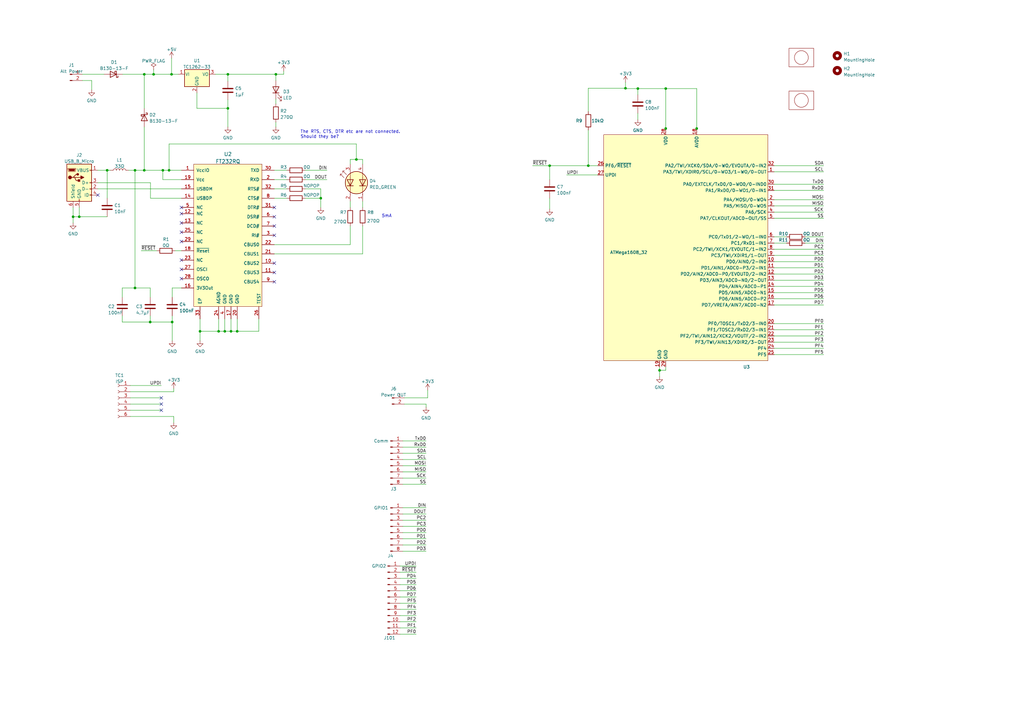
<source format=kicad_sch>
(kicad_sch (version 20230121) (generator eeschema)
  (paper "A3")
  (title_block (rev "1.1"))
  (lib_symbols
    (symbol "Connector:Conn_01x02_Male" (pin_names (offset 1.016) hide)
      (property "Reference" "J" (at 0 2.54 0))
      (property "Value" "Conn_01x02_Male" (at 0 -5.08 0))
      (symbol "Conn_01x02_Male_1_1"
        (polyline (pts (xy 1.27 -2.54) (xy 0.8636 -2.54)) (stroke (width 0.1524)))
        (polyline (pts (xy 1.27 0) (xy 0.8636 0)) (stroke (width 0.1524)))
        (rectangle (start 0.8636 -2.413) (end 0 -2.667) (stroke (width 0.1524)) (fill (type outline)))
        (rectangle (start 0.8636 0.127) (end 0 -0.127) (stroke (width 0.1524)) (fill (type outline)))
        (pin passive line (at 5.08 0 180) (length 3.81) (name "Pin_1") (number "1"))
        (pin passive line (at 5.08 -2.54 180) (length 3.81) (name "Pin_2") (number "2"))
      )
    )
    (symbol "Connector:Conn_01x08_Male" (pin_names (offset 1.016) hide)
      (property "Reference" "J" (at 0 10.16 0))
      (property "Value" "Conn_01x08_Male" (at 0 -12.7 0))
      (symbol "Conn_01x08_Male_1_1"
        (polyline (pts (xy 1.27 -10.16) (xy 0.8636 -10.16)) (stroke (width 0.1524)))
        (polyline (pts (xy 1.27 -7.62) (xy 0.8636 -7.62)) (stroke (width 0.1524)))
        (polyline (pts (xy 1.27 -5.08) (xy 0.8636 -5.08)) (stroke (width 0.1524)))
        (polyline (pts (xy 1.27 -2.54) (xy 0.8636 -2.54)) (stroke (width 0.1524)))
        (polyline (pts (xy 1.27 0) (xy 0.8636 0)) (stroke (width 0.1524)))
        (polyline (pts (xy 1.27 2.54) (xy 0.8636 2.54)) (stroke (width 0.1524)))
        (polyline (pts (xy 1.27 5.08) (xy 0.8636 5.08)) (stroke (width 0.1524)))
        (polyline (pts (xy 1.27 7.62) (xy 0.8636 7.62)) (stroke (width 0.1524)))
        (rectangle (start 0.8636 -10.033) (end 0 -10.287) (stroke (width 0.1524)) (fill (type outline)))
        (rectangle (start 0.8636 -7.493) (end 0 -7.747) (stroke (width 0.1524)) (fill (type outline)))
        (rectangle (start 0.8636 -4.953) (end 0 -5.207) (stroke (width 0.1524)) (fill (type outline)))
        (rectangle (start 0.8636 -2.413) (end 0 -2.667) (stroke (width 0.1524)) (fill (type outline)))
        (rectangle (start 0.8636 0.127) (end 0 -0.127) (stroke (width 0.1524)) (fill (type outline)))
        (rectangle (start 0.8636 2.667) (end 0 2.413) (stroke (width 0.1524)) (fill (type outline)))
        (rectangle (start 0.8636 5.207) (end 0 4.953) (stroke (width 0.1524)) (fill (type outline)))
        (rectangle (start 0.8636 7.747) (end 0 7.493) (stroke (width 0.1524)) (fill (type outline)))
        (pin passive line (at 5.08 7.62 180) (length 3.81) (name "Pin_1") (number "1"))
        (pin passive line (at 5.08 5.08 180) (length 3.81) (name "Pin_2") (number "2"))
        (pin passive line (at 5.08 2.54 180) (length 3.81) (name "Pin_3") (number "3"))
        (pin passive line (at 5.08 0 180) (length 3.81) (name "Pin_4") (number "4"))
        (pin passive line (at 5.08 -2.54 180) (length 3.81) (name "Pin_5") (number "5"))
        (pin passive line (at 5.08 -5.08 180) (length 3.81) (name "Pin_6") (number "6"))
        (pin passive line (at 5.08 -7.62 180) (length 3.81) (name "Pin_7") (number "7"))
        (pin passive line (at 5.08 -10.16 180) (length 3.81) (name "Pin_8") (number "8"))
      )
    )
    (symbol "Connector:Conn_01x12_Male" (pin_names (offset 1.016) hide)
      (property "Reference" "J" (at 0 15.24 0))
      (property "Value" "Conn_01x12_Male" (at 0 -17.78 0))
      (symbol "Conn_01x12_Male_1_1"
        (polyline (pts (xy 1.27 -15.24) (xy 0.8636 -15.24)) (stroke (width 0.1524)))
        (polyline (pts (xy 1.27 -12.7) (xy 0.8636 -12.7)) (stroke (width 0.1524)))
        (polyline (pts (xy 1.27 -10.16) (xy 0.8636 -10.16)) (stroke (width 0.1524)))
        (polyline (pts (xy 1.27 -7.62) (xy 0.8636 -7.62)) (stroke (width 0.1524)))
        (polyline (pts (xy 1.27 -5.08) (xy 0.8636 -5.08)) (stroke (width 0.1524)))
        (polyline (pts (xy 1.27 -2.54) (xy 0.8636 -2.54)) (stroke (width 0.1524)))
        (polyline (pts (xy 1.27 0) (xy 0.8636 0)) (stroke (width 0.1524)))
        (polyline (pts (xy 1.27 2.54) (xy 0.8636 2.54)) (stroke (width 0.1524)))
        (polyline (pts (xy 1.27 5.08) (xy 0.8636 5.08)) (stroke (width 0.1524)))
        (polyline (pts (xy 1.27 7.62) (xy 0.8636 7.62)) (stroke (width 0.1524)))
        (polyline (pts (xy 1.27 10.16) (xy 0.8636 10.16)) (stroke (width 0.1524)))
        (polyline (pts (xy 1.27 12.7) (xy 0.8636 12.7)) (stroke (width 0.1524)))
        (rectangle (start 0.8636 -15.113) (end 0 -15.367) (stroke (width 0.1524)) (fill (type outline)))
        (rectangle (start 0.8636 -12.573) (end 0 -12.827) (stroke (width 0.1524)) (fill (type outline)))
        (rectangle (start 0.8636 -10.033) (end 0 -10.287) (stroke (width 0.1524)) (fill (type outline)))
        (rectangle (start 0.8636 -7.493) (end 0 -7.747) (stroke (width 0.1524)) (fill (type outline)))
        (rectangle (start 0.8636 -4.953) (end 0 -5.207) (stroke (width 0.1524)) (fill (type outline)))
        (rectangle (start 0.8636 -2.413) (end 0 -2.667) (stroke (width 0.1524)) (fill (type outline)))
        (rectangle (start 0.8636 0.127) (end 0 -0.127) (stroke (width 0.1524)) (fill (type outline)))
        (rectangle (start 0.8636 2.667) (end 0 2.413) (stroke (width 0.1524)) (fill (type outline)))
        (rectangle (start 0.8636 5.207) (end 0 4.953) (stroke (width 0.1524)) (fill (type outline)))
        (rectangle (start 0.8636 7.747) (end 0 7.493) (stroke (width 0.1524)) (fill (type outline)))
        (rectangle (start 0.8636 10.287) (end 0 10.033) (stroke (width 0.1524)) (fill (type outline)))
        (rectangle (start 0.8636 12.827) (end 0 12.573) (stroke (width 0.1524)) (fill (type outline)))
        (pin passive line (at 5.08 12.7 180) (length 3.81) (name "Pin_1") (number "1"))
        (pin passive line (at 5.08 -10.16 180) (length 3.81) (name "Pin_10") (number "10"))
        (pin passive line (at 5.08 -12.7 180) (length 3.81) (name "Pin_11") (number "11"))
        (pin passive line (at 5.08 -15.24 180) (length 3.81) (name "Pin_12") (number "12"))
        (pin passive line (at 5.08 10.16 180) (length 3.81) (name "Pin_2") (number "2"))
        (pin passive line (at 5.08 7.62 180) (length 3.81) (name "Pin_3") (number "3"))
        (pin passive line (at 5.08 5.08 180) (length 3.81) (name "Pin_4") (number "4"))
        (pin passive line (at 5.08 2.54 180) (length 3.81) (name "Pin_5") (number "5"))
        (pin passive line (at 5.08 0 180) (length 3.81) (name "Pin_6") (number "6"))
        (pin passive line (at 5.08 -2.54 180) (length 3.81) (name "Pin_7") (number "7"))
        (pin passive line (at 5.08 -5.08 180) (length 3.81) (name "Pin_8") (number "8"))
        (pin passive line (at 5.08 -7.62 180) (length 3.81) (name "Pin_9") (number "9"))
      )
    )
    (symbol "Connector:USB_B_Micro" (pin_names (offset 1.016))
      (property "Reference" "J" (at -5.08 11.43 0))
      (property "Value" "USB_B_Micro" (at -5.08 8.89 0))
      (symbol "USB_B_Micro_0_1"
        (rectangle (start -5.08 -7.62) (end 5.08 7.62) (stroke (width 0.254)) (fill (type background)))
        (circle (center -3.81 2.159) (radius 0.635) (stroke (width 0.254)) (fill (type outline)))
        (circle (center -0.635 3.429) (radius 0.381) (stroke (width 0.254)) (fill (type outline)))
        (rectangle (start -0.127 -7.62) (end 0.127 -6.858))
        (polyline (pts (xy -1.905 2.159) (xy 0.635 2.159)) (stroke (width 0.254)))
        (polyline (pts (xy -3.175 2.159) (xy -2.54 2.159) (xy -1.27 3.429) (xy -0.635 3.429)) (stroke (width 0.254)))
        (polyline (pts (xy -2.54 2.159) (xy -1.905 2.159) (xy -1.27 0.889) (xy 0 0.889)) (stroke (width 0.254)))
        (polyline (pts (xy 0.635 2.794) (xy 0.635 1.524) (xy 1.905 2.159) (xy 0.635 2.794)) (stroke (width 0.254)) (fill (type outline)))
        (polyline (pts (xy -4.318 5.588) (xy -1.778 5.588) (xy -2.032 4.826) (xy -4.064 4.826) (xy -4.318 5.588)) (fill (type outline)))
        (polyline (pts (xy -4.699 5.842) (xy -4.699 5.588) (xy -4.445 4.826) (xy -4.445 4.572) (xy -1.651 4.572) (xy -1.651 4.826) (xy -1.397 5.588) (xy -1.397 5.842) (xy -4.699 5.842)))
        (rectangle (start 0.254 1.27) (end -0.508 0.508) (stroke (width 0.254)) (fill (type outline)))
        (rectangle (start 5.08 -5.207) (end 4.318 -4.953))
        (rectangle (start 5.08 -2.667) (end 4.318 -2.413))
        (rectangle (start 5.08 -0.127) (end 4.318 0.127))
        (rectangle (start 5.08 4.953) (end 4.318 5.207))
      )
      (symbol "USB_B_Micro_1_1"
        (pin power_out line (at 7.62 5.08 180) (length 2.54) (name "VBUS") (number "1"))
        (pin bidirectional line (at 7.62 -2.54 180) (length 2.54) (name "D-") (number "2"))
        (pin bidirectional line (at 7.62 0 180) (length 2.54) (name "D+") (number "3"))
        (pin passive line (at 7.62 -5.08 180) (length 2.54) (name "ID") (number "4"))
        (pin power_out line (at 0 -10.16 90) (length 2.54) (name "GND") (number "5"))
        (pin passive line (at -2.54 -10.16 90) (length 2.54) (name "Shield") (number "6"))
      )
    )
    (symbol "Device:C" (pin_numbers hide) (pin_names (offset 0.254))
      (property "Reference" "C" (at 0.635 2.54 0))
      (property "Value" "C" (at 0.635 -2.54 0))
      (symbol "C_0_1"
        (polyline (pts (xy -2.032 -0.762) (xy 2.032 -0.762)) (stroke (width 0.508)))
        (polyline (pts (xy -2.032 0.762) (xy 2.032 0.762)) (stroke (width 0.508)))
      )
      (symbol "C_1_1"
        (pin passive line (at 0 3.81 270) (length 2.794) (name "~") (number "1"))
        (pin passive line (at 0 -3.81 90) (length 2.794) (name "~") (number "2"))
      )
    )
    (symbol "Device:D_Schottky" (pin_numbers hide) (pin_names (offset 1.016) hide)
      (property "Reference" "D" (at 0 2.54 0))
      (property "Value" "D_Schottky" (at 0 -2.54 0))
      (symbol "D_Schottky_0_1"
        (polyline (pts (xy 1.27 0) (xy -1.27 0)))
        (polyline (pts (xy 1.27 1.27) (xy 1.27 -1.27) (xy -1.27 0) (xy 1.27 1.27)) (stroke (width 0.254)))
        (polyline (pts (xy -1.905 0.635) (xy -1.905 1.27) (xy -1.27 1.27) (xy -1.27 -1.27) (xy -0.635 -1.27) (xy -0.635 -0.635)) (stroke (width 0.254)))
      )
      (symbol "D_Schottky_1_1"
        (pin passive line (at -3.81 0 0) (length 2.54) (name "K") (number "1"))
        (pin passive line (at 3.81 0 180) (length 2.54) (name "A") (number "2"))
      )
    )
    (symbol "Device:L" (pin_numbers hide) (pin_names (offset 1.016) hide)
      (property "Reference" "L" (at -1.27 0 90))
      (property "Value" "L" (at 1.905 0 90))
      (symbol "L_0_1"
        (arc (start 0 -2.54) (mid 0.6323 -1.905) (end 0 -1.27))
        (arc (start 0 -1.27) (mid 0.6323 -0.635) (end 0 0))
        (arc (start 0 0) (mid 0.6323 0.635) (end 0 1.27))
        (arc (start 0 1.27) (mid 0.6323 1.905) (end 0 2.54))
      )
      (symbol "L_1_1"
        (pin passive line (at 0 3.81 270) (length 1.27) (name "1") (number "1"))
        (pin passive line (at 0 -3.81 90) (length 1.27) (name "2") (number "2"))
      )
    )
    (symbol "Device:LED" (pin_numbers hide) (pin_names (offset 1.016) hide)
      (property "Reference" "D" (at 0 2.54 0))
      (property "Value" "LED" (at 0 -2.54 0))
      (symbol "LED_0_1"
        (polyline (pts (xy -1.27 -1.27) (xy -1.27 1.27)) (stroke (width 0.254)))
        (polyline (pts (xy -1.27 0) (xy 1.27 0)))
        (polyline (pts (xy 1.27 -1.27) (xy 1.27 1.27) (xy -1.27 0) (xy 1.27 -1.27)) (stroke (width 0.254)))
        (polyline (pts (xy -3.048 -0.762) (xy -4.572 -2.286) (xy -3.81 -2.286) (xy -4.572 -2.286) (xy -4.572 -1.524)))
        (polyline (pts (xy -1.778 -0.762) (xy -3.302 -2.286) (xy -2.54 -2.286) (xy -3.302 -2.286) (xy -3.302 -1.524)))
      )
      (symbol "LED_1_1"
        (pin passive line (at -3.81 0 0) (length 2.54) (name "K") (number "1"))
        (pin passive line (at 3.81 0 180) (length 2.54) (name "A") (number "2"))
      )
    )
    (symbol "Device:R" (pin_numbers hide) (pin_names (offset 0))
      (property "Reference" "R" (at 2.032 0 90))
      (property "Value" "R" (at 0 0 90))
      (symbol "R_0_1"
        (rectangle (start -1.016 -2.54) (end 1.016 2.54) (stroke (width 0.254)))
      )
      (symbol "R_1_1"
        (pin passive line (at 0 3.81 270) (length 1.27) (name "~") (number "1"))
        (pin passive line (at 0 -3.81 90) (length 1.27) (name "~") (number "2"))
      )
    )
    (symbol "Mechanical:MountingHole" (pin_names (offset 1.016))
      (property "Reference" "H" (at 0 5.08 0))
      (property "Value" "MountingHole" (at 0 3.175 0))
      (symbol "MountingHole_0_1"
        (circle (center 0 0) (radius 1.27) (stroke (width 1.27)))
      )
    )
    (symbol "Regulator_Linear:TC1262-33" (pin_names (offset 0.254))
      (property "Reference" "U" (at -3.81 3.175 0))
      (property "Value" "TC1262-33" (at 0 3.175 0))
      (symbol "TC1262-33_1_1"
        (rectangle (start -5.08 1.905) (end 5.08 -5.08) (stroke (width 0.254)) (fill (type background)))
        (pin power_in line (at -7.62 0 0) (length 2.54) (name "VI") (number "1"))
        (pin power_in line (at 0 -7.62 90) (length 2.54) (name "GND") (number "2"))
        (pin power_out line (at 7.62 0 180) (length 2.54) (name "VO") (number "3"))
      )
    )
    (symbol "atmega1608_dev:ATMega1608_32"
      (property "Reference" "U" (at 34.29 -46.99 0))
      (property "Value" "ATMega1608_32" (at -13.97 0 0))
      (symbol "ATMega1608_32_0_1"
        (rectangle (start -25.4 48.26) (end 41.91 -44.45) (stroke (width 0.1524)) (fill (type background)))
      )
      (symbol "ATMega1608_32_1_1"
        (pin bidirectional line (at 44.45 33.02 180) (length 2.54) (name "PA3/TWI/XDIR0/SCL/0-WO3/1-WO/0-OUT") (number "1"))
        (pin bidirectional line (at 44.45 -3.81 180) (length 2.54) (name "PD0/AIN0/2-IN0") (number "10"))
        (pin bidirectional line (at 44.45 -6.35 180) (length 2.54) (name "PD1/AIN1/ADC0-P3/2-IN1") (number "11"))
        (pin bidirectional line (at 44.45 -8.89 180) (length 2.54) (name "PD2/AIN2/ADC0-P0/EVOUTD/2-IN2") (number "12"))
        (pin bidirectional line (at 44.45 -11.43 180) (length 2.54) (name "PD3/AIN3/ADC0-N0/2-OUT") (number "13"))
        (pin bidirectional line (at 44.45 -13.97 180) (length 2.54) (name "PD4/AIN4/ADC0-P1") (number "14"))
        (pin bidirectional line (at 44.45 -16.51 180) (length 2.54) (name "PD5/AIN5/ADC0-N1") (number "15"))
        (pin bidirectional line (at 44.45 -19.05 180) (length 2.54) (name "PD6/AIN6/ADC0-P2") (number "16"))
        (pin bidirectional line (at 44.45 -21.59 180) (length 2.54) (name "PD7/VREFA/AIN7/ACD0-N2") (number "17"))
        (pin power_in line (at 12.7 50.8 270) (length 2.54) (name "AVDD") (number "18"))
        (pin power_in line (at -2.54 -46.99 90) (length 2.54) (name "GND") (number "19"))
        (pin bidirectional line (at 44.45 21.59 180) (length 2.54) (name "PA4/MOSI/0-WO4") (number "2"))
        (pin bidirectional line (at 44.45 -29.21 180) (length 2.54) (name "PF0/TOSC1/TxD2/3-IN0") (number "20"))
        (pin bidirectional line (at 44.45 -31.75 180) (length 2.54) (name "PF1/TOSC2/RxD2/3-IN1") (number "21"))
        (pin bidirectional line (at 44.45 -34.29 180) (length 2.54) (name "PF2/TWI/AIN12/XCK2/VOUTF/2-IN2") (number "22"))
        (pin bidirectional line (at 44.45 -36.83 180) (length 2.54) (name "PF3/TWI/AIN13/XDIR2/3-OUT") (number "23"))
        (pin bidirectional line (at 44.45 -39.37 180) (length 2.54) (name "PF4") (number "24"))
        (pin bidirectional line (at 44.45 -41.91 180) (length 2.54) (name "PF5") (number "25"))
        (pin bidirectional line (at -27.94 35.56 0) (length 2.54) (name "PF6/~{RESET}") (number "26"))
        (pin bidirectional line (at -27.94 31.75 0) (length 2.54) (name "UPDI") (number "27"))
        (pin power_in line (at 0 50.8 270) (length 2.54) (name "VDD") (number "28"))
        (pin input line (at 0 -46.99 90) (length 2.54) (name "GND") (number "29"))
        (pin bidirectional line (at 44.45 19.05 180) (length 2.54) (name "PA5/MISO/0-WO5") (number "3"))
        (pin bidirectional line (at 44.45 27.94 180) (length 2.54) (name "PA0/EXTCLK/TxD0/0-WO0/0-IND0") (number "30"))
        (pin bidirectional line (at 44.45 25.4 180) (length 2.54) (name "PA1/RxD0/0-WO1/0-IN1") (number "31"))
        (pin bidirectional line (at 44.45 35.56 180) (length 2.54) (name "PA2/TWI/XCK0/SDA/0-WO/EVOUTA/0-IN2") (number "32"))
        (pin bidirectional line (at 44.45 16.51 180) (length 2.54) (name "PA6/SCK") (number "4"))
        (pin bidirectional line (at 44.45 13.97 180) (length 2.54) (name "PA7/CLKOUT/ADC0-OUT/SS") (number "5"))
        (pin bidirectional line (at 44.45 6.35 180) (length 2.54) (name "PC0/TxD1/2-WO/1-IN0") (number "6"))
        (pin bidirectional line (at 44.45 3.81 180) (length 2.54) (name "PC1/RxD1-IN1") (number "7"))
        (pin bidirectional line (at 44.45 1.27 180) (length 2.54) (name "PC2/TWI/XCK1/EVOUTC/1-IN2") (number "8"))
        (pin bidirectional line (at 44.45 -1.27 180) (length 2.54) (name "PC3/TWI/XDIR1/1-OUT") (number "9"))
      )
    )
    (symbol "atmega1608_dev:FT232RQ" (pin_names (offset 1.016))
      (property "Reference" "U" (at 0 -1.27 0))
      (property "Value" "FT232RQ" (at 0 2.54 0))
      (symbol "FT232RQ_0_1"
        (rectangle (start -13.97 25.4) (end 13.97 -33.02) (fill (type background)))
      )
      (symbol "FT232RQ_1_1"
        (pin input line (at -19.05 22.86 0) (length 5.08) (name "VccIO") (number "1"))
        (pin input line (at 19.05 -15.24 180) (length 5.08) (name "CBUS2") (number "10"))
        (pin input line (at 19.05 -19.05 180) (length 5.08) (name "CBUS3") (number "11"))
        (pin input line (at -19.05 5.08 0) (length 5.08) (name "NC") (number "12"))
        (pin input line (at -19.05 1.27 0) (length 5.08) (name "NC") (number "13"))
        (pin input line (at -19.05 11.43 0) (length 5.08) (name "USBDP") (number "14"))
        (pin input line (at -19.05 15.24 0) (length 5.08) (name "USBDM") (number "15"))
        (pin input line (at -19.05 -25.4 0) (length 5.08) (name "3V3Out") (number "16"))
        (pin input line (at 1.27 -38.1 90) (length 5.08) (name "GND") (number "17"))
        (pin input line (at -19.05 -10.16 0) (length 5.08) (name "~{Reset}") (number "18"))
        (pin input line (at -19.05 19.05 0) (length 5.08) (name "Vcc") (number "19"))
        (pin input line (at 19.05 19.05 180) (length 5.08) (name "RXD") (number "2"))
        (pin input line (at 3.81 -38.1 90) (length 5.08) (name "GND") (number "20"))
        (pin input line (at 19.05 -11.43 180) (length 5.08) (name "CBUS1") (number "21"))
        (pin input line (at 19.05 -7.62 180) (length 5.08) (name "CBUS0") (number "22"))
        (pin input line (at -19.05 -13.97 0) (length 5.08) (name "NC") (number "23"))
        (pin input line (at -3.81 -38.1 90) (length 5.08) (name "AGND") (number "24"))
        (pin input line (at -19.05 -2.54 0) (length 5.08) (name "NC") (number "25"))
        (pin input line (at 12.7 -38.1 90) (length 5.08) (name "TEST") (number "26"))
        (pin input line (at -19.05 -17.78 0) (length 5.08) (name "OSCI") (number "27"))
        (pin input line (at -19.05 -21.59 0) (length 5.08) (name "OSCO") (number "28"))
        (pin input line (at -19.05 -6.35 0) (length 5.08) (name "NC") (number "29"))
        (pin input line (at 19.05 -3.81 180) (length 5.08) (name "RI#") (number "3"))
        (pin input line (at 19.05 22.86 180) (length 5.08) (name "TXD") (number "30"))
        (pin input line (at 19.05 7.62 180) (length 5.08) (name "DTR#") (number "31"))
        (pin input line (at 19.05 15.24 180) (length 5.08) (name "RTS#") (number "32"))
        (pin input line (at -11.43 -38.1 90) (length 5.08) (name "EP") (number "33"))
        (pin input line (at -1.27 -38.1 90) (length 5.08) (name "GND") (number "4"))
        (pin input line (at -19.05 7.62 0) (length 5.08) (name "NC") (number "5"))
        (pin input line (at 19.05 3.81 180) (length 5.08) (name "DSR#") (number "6"))
        (pin input line (at 19.05 0 180) (length 5.08) (name "DCD#") (number "7"))
        (pin input line (at 19.05 11.43 180) (length 5.08) (name "CTS#") (number "8"))
        (pin input line (at 19.05 -22.86 180) (length 5.08) (name "CBUS4") (number "9"))
      )
    )
    (symbol "atmega1608_dev:LED_Dual_KKAA" (pin_names (offset 0) hide)
      (property "Reference" "D" (at 0 5.715 0))
      (property "Value" "LED_Dual_KKAA" (at 0 -6.35 0))
      (symbol "LED_Dual_KKAA_0_1"
        (polyline (pts (xy -5.08 -2.54) (xy 2.032 -2.54)))
        (polyline (pts (xy -5.08 2.54) (xy 2.032 2.54)))
        (polyline (pts (xy -1.27 -1.27) (xy -1.27 -3.81)) (stroke (width 0.254)))
        (polyline (pts (xy -1.27 3.81) (xy -1.27 1.27)) (stroke (width 0.254)))
        (polyline (pts (xy 3.81 -2.54) (xy 1.905 -2.54)))
        (polyline (pts (xy 3.81 2.54) (xy 1.905 2.54)))
        (polyline (pts (xy 1.27 -1.27) (xy 1.27 -3.81) (xy -1.27 -2.54) (xy 1.27 -1.27)) (stroke (width 0.254)))
        (polyline (pts (xy 1.27 3.81) (xy 1.27 1.27) (xy -1.27 2.54) (xy 1.27 3.81)) (stroke (width 0.254)))
        (polyline (pts (xy 2.032 5.08) (xy 3.556 6.604) (xy 2.794 6.604) (xy 3.556 6.604) (xy 3.556 5.842)))
        (polyline (pts (xy 3.302 4.064) (xy 4.826 5.588) (xy 4.064 5.588) (xy 4.826 5.588) (xy 4.826 4.826)))
        (circle (center 0 0) (radius 4.572) (stroke (width 0.254)) (fill (type background)))
      )
      (symbol "LED_Dual_KKAA_1_1"
        (pin input line (at -7.62 -2.54 0) (length 3.048) (name "K2") (number "1"))
        (pin input line (at -7.62 2.54 0) (length 3.048) (name "K1") (number "2"))
        (pin input line (at 7.62 2.54 180) (length 3.81) (name "A1") (number "3"))
        (pin input line (at 7.62 -2.54 180) (length 3.81) (name "A2") (number "4"))
      )
    )
    (symbol "atmega1608_dev:Tag-Connect_EC-06" (pin_names (offset 1.016) hide)
      (property "Reference" "TC" (at 0 7.62 0))
      (property "Value" "Tag-Connect_EC-06" (at 0 -10.16 0))
      (symbol "Tag-Connect_EC-06_1_1"
        (arc (start 0 -7.112) (mid -0.5058 -7.62) (end 0 -8.128) (stroke (width 0.1524)))
        (arc (start 0 -4.572) (mid -0.5058 -5.08) (end 0 -5.588) (stroke (width 0.1524)))
        (arc (start 0 -2.032) (mid -0.5058 -2.54) (end 0 -3.048) (stroke (width 0.1524)))
        (polyline (pts (xy -1.27 -7.62) (xy -0.508 -7.62)) (stroke (width 0.1524)))
        (polyline (pts (xy -1.27 -5.08) (xy -0.508 -5.08)) (stroke (width 0.1524)))
        (polyline (pts (xy -1.27 -2.54) (xy -0.508 -2.54)) (stroke (width 0.1524)))
        (polyline (pts (xy -1.27 0) (xy -0.508 0)) (stroke (width 0.1524)))
        (polyline (pts (xy -1.27 2.54) (xy -0.508 2.54)) (stroke (width 0.1524)))
        (polyline (pts (xy -1.27 5.08) (xy -0.508 5.08)) (stroke (width 0.1524)))
        (arc (start 0 0.508) (mid -0.5058 0) (end 0 -0.508) (stroke (width 0.1524)))
        (arc (start 0 3.048) (mid -0.5058 2.54) (end 0 2.032) (stroke (width 0.1524)))
        (arc (start 0 5.588) (mid -0.5058 5.08) (end 0 4.572) (stroke (width 0.1524)))
        (pin passive line (at -5.08 5.08 0) (length 3.81) (name "Pin_1") (number "1"))
        (pin passive line (at -5.08 2.54 0) (length 3.81) (name "Pin_2") (number "2"))
        (pin passive line (at -5.08 0 0) (length 3.81) (name "Pin_3") (number "3"))
        (pin passive line (at -5.08 -2.54 0) (length 3.81) (name "Pin_4") (number "4"))
        (pin passive line (at -5.08 -5.08 0) (length 3.81) (name "Pin_5") (number "5"))
        (pin passive line (at -5.08 -7.62 0) (length 3.81) (name "Pin_6") (number "6"))
      )
    )
    (symbol "mech:logo" (pin_names (offset 1.016))
      (symbol "logo_0_1"
        (rectangle (start -5.08 3.81) (end 5.08 -3.81))
        (circle (center 0 0) (radius 2.8448))
      )
    )
    (symbol "power:+3.3V" (power) (pin_names (offset 0))
      (property "Value" "+3.3V" (at 0 3.556 0))
      (symbol "+3.3V_0_1"
        (polyline (pts (xy -0.762 1.27) (xy 0 2.54)))
        (polyline (pts (xy 0 0) (xy 0 2.54)))
        (polyline (pts (xy 0 2.54) (xy 0.762 1.27)))
      )
      (symbol "+3.3V_1_1"
        (pin power_in line (at 0 0 90) (length 0) hide (name "+3V3") (number "1"))
      )
    )
    (symbol "power:+5V" (power) (pin_names (offset 0))
      (property "Value" "+5V" (at 0 3.556 0))
      (symbol "+5V_0_1"
        (polyline (pts (xy -0.762 1.27) (xy 0 2.54)))
        (polyline (pts (xy 0 0) (xy 0 2.54)))
        (polyline (pts (xy 0 2.54) (xy 0.762 1.27)))
      )
      (symbol "+5V_1_1"
        (pin power_in line (at 0 0 90) (length 0) hide (name "+5V") (number "1"))
      )
    )
    (symbol "power:GND" (power) (pin_names (offset 0))
      (property "Value" "GND" (at 0 -3.81 0))
      (symbol "GND_0_1"
        (polyline (pts (xy 0 0) (xy 0 -1.27) (xy 1.27 -1.27) (xy 0 -2.54) (xy -1.27 -1.27) (xy 0 -1.27)))
      )
      (symbol "GND_1_1"
        (pin power_in line (at 0 0 270) (length 0) hide (name "GND") (number "1"))
      )
    )
    (symbol "power:PWR_FLAG" (power) (pin_numbers hide) (pin_names (offset 0) hide)
      (property "Value" "PWR_FLAG" (at 0 3.81 0))
      (symbol "PWR_FLAG_0_0"
        (pin power_out line (at 0 0 90) (length 0) (name "pwr") (number "1"))
      )
      (symbol "PWR_FLAG_0_1"
        (polyline (pts (xy 0 0) (xy 0 1.27) (xy -1.016 1.905) (xy 0 2.54) (xy 1.016 1.905) (xy 0 1.27)))
      )
    )
  )
  (junction (at 270.51 151.892))
  (junction (at 69.342 69.85))
  (junction (at 241.3 67.945))
  (junction (at 59.182 69.85))
  (junction (at 93.472 30.48))
  (junction (at 89.662 135.89))
  (junction (at 62.992 30.48))
  (junction (at 273.05 52.705))
  (junction (at 92.202 135.89))
  (junction (at 70.358 30.48))
  (junction (at 82.042 135.89))
  (junction (at 131.572 81.28))
  (junction (at 32.512 88.9))
  (junction (at 146.177 65.405))
  (junction (at 29.972 88.9))
  (junction (at 55.372 118.11))
  (junction (at 55.372 69.85))
  (junction (at 59.182 30.48))
  (junction (at 285.75 52.705))
  (junction (at 43.942 69.85))
  (junction (at 70.612 132.08))
  (junction (at 94.742 135.89))
  (junction (at 97.282 135.89))
  (junction (at 256.54 36.195))
  (junction (at 273.05 36.322))
  (junction (at 113.157 30.48))
  (junction (at 66.802 69.85))
  (junction (at 261.62 36.322))
  (junction (at 93.472 44.45))
  (junction (at 225.425 67.945))
  (junction (at 61.595 132.08))
  (no_connect (at 74.422 106.68))
  (no_connect (at 74.422 87.63))
  (no_connect (at 112.522 92.71))
  (no_connect (at 66.167 168.275))
  (no_connect (at 74.422 85.09))
  (no_connect (at 66.167 163.195))
  (no_connect (at 74.422 95.25))
  (no_connect (at 112.522 96.52))
  (no_connect (at 40.132 80.01))
  (no_connect (at 112.522 88.9))
  (no_connect (at 74.422 114.3))
  (no_connect (at 112.522 115.57))
  (no_connect (at 112.522 107.95))
  (no_connect (at 112.522 85.09))
  (no_connect (at 74.422 91.44))
  (no_connect (at 74.422 110.49))
  (no_connect (at 74.422 99.06))
  (no_connect (at 112.522 111.76))
  (no_connect (at 66.167 165.735))
  (wire (pts (xy 174.752 165.735) (xy 174.752 167.005)))
  (wire (pts (xy 112.522 69.85) (xy 117.602 69.85)))
  (wire (pts (xy 164.084 244.856) (xy 170.688 244.856)))
  (wire (pts (xy 93.472 30.48) (xy 113.157 30.48)))
  (wire (pts (xy 66.802 69.85) (xy 69.342 69.85)))
  (wire (pts (xy 261.62 36.322) (xy 261.62 38.862)))
  (wire (pts (xy 113.157 30.48) (xy 116.332 30.48)))
  (wire (pts (xy 33.782 33.02) (xy 37.592 33.02)))
  (wire (pts (xy 92.202 130.81) (xy 92.202 135.89)))
  (wire (pts (xy 82.042 130.81) (xy 82.042 135.89)))
  (wire (pts (xy 143.637 67.31) (xy 143.637 65.405)))
  (wire (pts (xy 32.512 88.9) (xy 43.942 88.9)))
  (wire (pts (xy 285.75 36.322) (xy 273.05 36.322)))
  (wire (pts (xy 165.862 165.735) (xy 174.752 165.735)))
  (wire (pts (xy 317.5 81.915) (xy 337.82 81.915)))
  (wire (pts (xy 317.5 132.715) (xy 337.82 132.715)))
  (wire (pts (xy 50.165 118.11) (xy 50.165 121.92)))
  (wire (pts (xy 113.157 30.48) (xy 113.157 33.02)))
  (wire (pts (xy 225.425 81.28) (xy 225.425 85.725)))
  (wire (pts (xy 317.5 107.315) (xy 337.82 107.315)))
  (wire (pts (xy 37.592 33.02) (xy 37.592 36.83)))
  (wire (pts (xy 82.042 135.89) (xy 82.042 139.7)))
  (wire (pts (xy 165.862 163.195) (xy 175.387 163.195)))
  (wire (pts (xy 317.5 114.935) (xy 337.82 114.935)))
  (wire (pts (xy 317.5 117.475) (xy 337.82 117.475)))
  (wire (pts (xy 165.227 215.9) (xy 174.752 215.9)))
  (wire (pts (xy 165.227 193.548) (xy 174.752 193.548)))
  (wire (pts (xy 97.282 135.89) (xy 106.172 135.89)))
  (wire (pts (xy 70.358 30.48) (xy 73.152 30.48)))
  (wire (pts (xy 71.247 160.655) (xy 71.247 159.385)))
  (wire (pts (xy 165.227 208.28) (xy 174.752 208.28)))
  (wire (pts (xy 232.41 71.755) (xy 245.11 71.755)))
  (wire (pts (xy 131.572 81.28) (xy 131.572 85.09)))
  (wire (pts (xy 94.742 130.81) (xy 94.742 135.89)))
  (wire (pts (xy 273.05 52.832) (xy 273.05 52.705)))
  (wire (pts (xy 317.5 99.695) (xy 322.58 99.695)))
  (wire (pts (xy 53.467 158.115) (xy 66.167 158.115)))
  (wire (pts (xy 330.2 99.695) (xy 337.82 99.695)))
  (wire (pts (xy 146.177 59.055) (xy 69.342 59.055)))
  (wire (pts (xy 148.717 92.71) (xy 148.717 104.14)))
  (wire (pts (xy 317.5 109.855) (xy 337.82 109.855)))
  (wire (pts (xy 59.182 30.48) (xy 62.992 30.48)))
  (wire (pts (xy 112.522 81.28) (xy 117.602 81.28)))
  (wire (pts (xy 270.51 151.892) (xy 270.51 150.622)))
  (wire (pts (xy 225.425 67.945) (xy 225.425 73.66)))
  (wire (pts (xy 131.572 77.47) (xy 131.572 81.28)))
  (wire (pts (xy 165.227 213.36) (xy 174.752 213.36)))
  (wire (pts (xy 285.75 52.705) (xy 285.75 36.322)))
  (wire (pts (xy 165.227 226.06) (xy 174.752 226.06)))
  (wire (pts (xy 165.227 185.928) (xy 174.752 185.928)))
  (wire (pts (xy 82.042 135.89) (xy 89.662 135.89)))
  (wire (pts (xy 317.5 137.795) (xy 337.82 137.795)))
  (wire (pts (xy 80.772 44.45) (xy 93.472 44.45)))
  (wire (pts (xy 62.992 28.575) (xy 62.992 30.48)))
  (wire (pts (xy 165.227 198.628) (xy 174.752 198.628)))
  (wire (pts (xy 61.722 74.93) (xy 61.722 81.28)))
  (wire (pts (xy 89.662 130.81) (xy 89.662 135.89)))
  (wire (pts (xy 164.084 237.236) (xy 170.688 237.236)))
  (wire (pts (xy 164.084 239.776) (xy 170.688 239.776)))
  (wire (pts (xy 317.5 145.415) (xy 337.82 145.415)))
  (wire (pts (xy 93.472 33.274) (xy 93.472 30.48)))
  (wire (pts (xy 52.832 69.85) (xy 55.372 69.85)))
  (wire (pts (xy 29.972 85.09) (xy 29.972 88.9)))
  (wire (pts (xy 61.595 118.11) (xy 61.595 121.92)))
  (wire (pts (xy 94.742 135.89) (xy 97.282 135.89)))
  (wire (pts (xy 53.467 170.815) (xy 71.247 170.815)))
  (wire (pts (xy 261.62 36.322) (xy 273.05 36.322)))
  (wire (pts (xy 125.222 69.85) (xy 134.112 69.85)))
  (wire (pts (xy 164.084 247.396) (xy 170.688 247.396)))
  (wire (pts (xy 59.182 30.48) (xy 59.182 44.45)))
  (wire (pts (xy 53.467 168.275) (xy 66.167 168.275)))
  (wire (pts (xy 241.3 36.195) (xy 241.3 45.72)))
  (wire (pts (xy 256.54 33.782) (xy 256.54 36.195)))
  (wire (pts (xy 59.182 69.85) (xy 66.802 69.85)))
  (wire (pts (xy 317.5 122.555) (xy 337.82 122.555)))
  (wire (pts (xy 55.372 118.11) (xy 61.595 118.11)))
  (wire (pts (xy 317.5 125.095) (xy 337.82 125.095)))
  (wire (pts (xy 40.132 74.93) (xy 61.722 74.93)))
  (wire (pts (xy 165.227 188.468) (xy 174.752 188.468)))
  (wire (pts (xy 29.972 88.9) (xy 32.512 88.9)))
  (wire (pts (xy 88.392 30.48) (xy 93.472 30.48)))
  (wire (pts (xy 43.942 69.85) (xy 43.942 81.28)))
  (wire (pts (xy 106.172 135.89) (xy 106.172 130.81)))
  (wire (pts (xy 55.372 69.85) (xy 59.182 69.85)))
  (wire (pts (xy 143.637 100.33) (xy 112.522 100.33)))
  (wire (pts (xy 273.05 150.622) (xy 273.05 151.892)))
  (wire (pts (xy 146.177 65.405) (xy 148.717 65.405)))
  (wire (pts (xy 50.165 132.08) (xy 61.595 132.08)))
  (wire (pts (xy 29.972 88.9) (xy 29.972 91.44)))
  (wire (pts (xy 71.247 170.815) (xy 71.247 173.355)))
  (wire (pts (xy 317.5 89.535) (xy 337.82 89.535)))
  (wire (pts (xy 92.202 135.89) (xy 94.742 135.89)))
  (wire (pts (xy 53.467 163.195) (xy 66.167 163.195)))
  (wire (pts (xy 89.662 135.89) (xy 92.202 135.89)))
  (wire (pts (xy 50.165 118.11) (xy 55.372 118.11)))
  (wire (pts (xy 32.512 88.9) (xy 32.512 85.09)))
  (wire (pts (xy 164.084 260.096) (xy 170.688 260.096)))
  (wire (pts (xy 143.637 92.71) (xy 143.637 100.33)))
  (wire (pts (xy 80.772 38.1) (xy 80.772 44.45)))
  (wire (pts (xy 61.722 81.28) (xy 74.422 81.28)))
  (wire (pts (xy 125.222 81.28) (xy 131.572 81.28)))
  (wire (pts (xy 270.51 151.892) (xy 270.51 154.432)))
  (wire (pts (xy 165.227 218.44) (xy 174.752 218.44)))
  (wire (pts (xy 218.44 67.945) (xy 225.425 67.945)))
  (wire (pts (xy 165.227 220.98) (xy 174.752 220.98)))
  (wire (pts (xy 256.54 36.322) (xy 261.62 36.322)))
  (wire (pts (xy 62.992 30.48) (xy 70.358 30.48)))
  (wire (pts (xy 148.717 65.405) (xy 148.717 67.31)))
  (wire (pts (xy 40.132 69.85) (xy 43.942 69.85)))
  (wire (pts (xy 317.5 67.945) (xy 337.82 67.945)))
  (wire (pts (xy 241.3 53.34) (xy 241.3 67.945)))
  (wire (pts (xy 164.084 249.936) (xy 170.688 249.936)))
  (wire (pts (xy 61.595 129.54) (xy 61.595 132.08)))
  (wire (pts (xy 317.5 102.235) (xy 337.82 102.235)))
  (wire (pts (xy 125.222 73.66) (xy 134.112 73.66)))
  (wire (pts (xy 50.292 30.48) (xy 59.182 30.48)))
  (wire (pts (xy 165.227 180.848) (xy 174.752 180.848)))
  (wire (pts (xy 116.332 30.48) (xy 116.332 29.21)))
  (wire (pts (xy 330.2 97.155) (xy 337.82 97.155)))
  (wire (pts (xy 317.5 97.155) (xy 322.58 97.155)))
  (wire (pts (xy 175.387 160.02) (xy 175.387 163.195)))
  (wire (pts (xy 273.05 52.705) (xy 273.05 36.322)))
  (wire (pts (xy 164.084 242.316) (xy 170.688 242.316)))
  (wire (pts (xy 285.75 52.832) (xy 285.75 52.705)))
  (wire (pts (xy 146.177 59.055) (xy 146.177 65.405)))
  (wire (pts (xy 164.084 257.556) (xy 170.688 257.556)))
  (wire (pts (xy 55.372 69.85) (xy 55.372 118.11)))
  (wire (pts (xy 165.227 183.388) (xy 174.752 183.388)))
  (wire (pts (xy 53.467 160.655) (xy 71.247 160.655)))
  (wire (pts (xy 143.637 82.55) (xy 143.637 85.09)))
  (wire (pts (xy 317.5 104.775) (xy 337.82 104.775)))
  (wire (pts (xy 113.157 40.64) (xy 113.157 42.545)))
  (wire (pts (xy 225.425 67.945) (xy 241.3 67.945)))
  (wire (pts (xy 70.612 129.54) (xy 70.612 132.08)))
  (wire (pts (xy 43.942 69.85) (xy 45.212 69.85)))
  (wire (pts (xy 66.802 69.85) (xy 66.802 73.66)))
  (wire (pts (xy 256.54 36.195) (xy 256.54 36.322)))
  (wire (pts (xy 66.802 73.66) (xy 74.422 73.66)))
  (wire (pts (xy 69.342 69.85) (xy 74.422 69.85)))
  (wire (pts (xy 164.084 232.156) (xy 170.688 232.156)))
  (wire (pts (xy 112.522 73.66) (xy 117.602 73.66)))
  (wire (pts (xy 113.157 50.165) (xy 113.157 52.07)))
  (wire (pts (xy 40.132 77.47) (xy 74.422 77.47)))
  (wire (pts (xy 53.467 165.735) (xy 66.167 165.735)))
  (wire (pts (xy 125.222 77.47) (xy 131.572 77.47)))
  (wire (pts (xy 143.637 65.405) (xy 146.177 65.405)))
  (wire (pts (xy 164.084 255.016) (xy 170.688 255.016)))
  (wire (pts (xy 33.782 30.48) (xy 42.672 30.48)))
  (wire (pts (xy 261.62 46.482) (xy 261.62 49.022)))
  (wire (pts (xy 273.05 151.892) (xy 270.51 151.892)))
  (wire (pts (xy 70.612 132.08) (xy 70.612 139.7)))
  (wire (pts (xy 317.5 140.335) (xy 337.82 140.335)))
  (wire (pts (xy 71.882 102.87) (xy 74.422 102.87)))
  (wire (pts (xy 50.165 129.54) (xy 50.165 132.08)))
  (wire (pts (xy 112.522 77.47) (xy 117.602 77.47)))
  (wire (pts (xy 57.912 102.87) (xy 64.262 102.87)))
  (wire (pts (xy 70.358 23.876) (xy 70.358 30.48)))
  (wire (pts (xy 69.342 59.055) (xy 69.342 69.85)))
  (wire (pts (xy 148.717 104.14) (xy 112.522 104.14)))
  (wire (pts (xy 164.084 252.476) (xy 170.688 252.476)))
  (wire (pts (xy 165.227 223.52) (xy 174.752 223.52)))
  (wire (pts (xy 165.227 191.008) (xy 174.752 191.008)))
  (wire (pts (xy 317.5 86.995) (xy 337.82 86.995)))
  (wire (pts (xy 317.5 84.455) (xy 337.82 84.455)))
  (wire (pts (xy 317.5 78.105) (xy 337.82 78.105)))
  (wire (pts (xy 241.3 67.945) (xy 245.11 67.945)))
  (wire (pts (xy 59.182 52.07) (xy 59.182 69.85)))
  (wire (pts (xy 317.5 142.875) (xy 337.82 142.875)))
  (wire (pts (xy 256.54 36.195) (xy 241.3 36.195)))
  (wire (pts (xy 164.084 234.696) (xy 170.688 234.696)))
  (wire (pts (xy 317.5 120.015) (xy 337.82 120.015)))
  (wire (pts (xy 74.422 118.11) (xy 70.612 118.11)))
  (wire (pts (xy 165.227 196.088) (xy 174.752 196.088)))
  (wire (pts (xy 93.472 52.07) (xy 93.472 44.45)))
  (wire (pts (xy 61.595 132.08) (xy 70.612 132.08)))
  (wire (pts (xy 148.717 82.55) (xy 148.717 85.09)))
  (wire (pts (xy 317.5 135.255) (xy 337.82 135.255)))
  (wire (pts (xy 317.5 75.565) (xy 337.82 75.565)))
  (wire (pts (xy 97.282 130.81) (xy 97.282 135.89)))
  (wire (pts (xy 93.472 44.45) (xy 93.472 40.894)))
  (wire (pts (xy 165.227 210.82) (xy 174.752 210.82)))
  (wire (pts (xy 70.612 118.11) (xy 70.612 121.92)))
  (wire (pts (xy 317.5 112.395) (xy 337.82 112.395)))
  (wire (pts (xy 317.5 70.485) (xy 337.82 70.485)))
  (text "The RTS, CTS, DTR etc are not connected.\nShould they be?" (at 123.19 56.896 0) (effects (font (size 1.27 1.27)) (justify left bottom)))
  (text "5mA" (at 156.464 89.408 0) (effects (font (size 1.27 1.27) italic) (justify left bottom)))
  (label "DOUT" (at 134.112 73.66 180))
  (label "PD4" (at 337.82 117.475 180))
  (label "PC2" (at 174.752 213.36 180))
  (label "SDA" (at 174.752 185.928 180))
  (label "SS" (at 174.752 198.628 180))
  (label "PD1" (at 174.752 220.98 180))
  (label "PD0" (at 174.752 218.44 180))
  (label "SDA" (at 337.82 67.945 180))
  (label "MISO" (at 337.82 84.455 180))
  (label "PF2" (at 170.688 255.016 180))
  (label "PF1" (at 170.688 257.556 180))
  (label "DIN" (at 174.752 208.28 180))
  (label "PF1" (at 337.82 135.255 180))
  (label "MOSI" (at 337.82 81.915 180))
  (label "PD5" (at 337.82 120.015 180))
  (label "MISO" (at 174.752 193.548 180))
  (label "PF4" (at 170.688 249.936 180))
  (label "DIN" (at 134.112 69.85 180))
  (label "PD6" (at 170.688 242.316 180))
  (label "SS" (at 337.82 89.535 180))
  (label "~{RESET}" (at 218.44 67.945 0))
  (label "PD5" (at 170.688 239.776 180))
  (label "RxD0" (at 337.82 78.105 180))
  (label "PD2" (at 337.82 112.395 180))
  (label "PF0" (at 170.688 260.096 180))
  (label "UPDI" (at 232.41 71.755 0))
  (label "PD2" (at 174.752 223.52 180))
  (label "PD3" (at 337.82 114.935 180))
  (label "PD3" (at 174.752 226.06 180))
  (label "PF5" (at 337.82 145.415 180))
  (label "~{RESET}" (at 57.912 102.87 0))
  (label "PD7" (at 337.82 125.095 180))
  (label "SCK" (at 337.82 86.995 180))
  (label "UPDI" (at 66.167 158.115 180))
  (label "UPDI" (at 170.688 232.156 180))
  (label "PD4" (at 170.688 237.236 180))
  (label "TxD0" (at 174.752 180.848 180))
  (label "SCL" (at 174.752 188.468 180))
  (label "PC3" (at 337.82 104.775 180))
  (label "PD7" (at 170.688 244.856 180))
  (label "PC2" (at 337.82 102.235 180))
  (label "SCK" (at 174.752 196.088 180))
  (label "PD1" (at 337.82 109.855 180))
  (label "PF3" (at 170.688 252.476 180))
  (label "TxD0" (at 337.82 75.565 180))
  (label "PF4" (at 337.82 142.875 180))
  (label "PC3" (at 174.752 215.9 180))
  (label "PF3" (at 337.82 140.335 180))
  (label "PD6" (at 337.82 122.555 180))
  (label "DOUT" (at 337.82 97.155 180))
  (label "PF0" (at 337.82 132.715 180))
  (label "DOUT" (at 174.752 210.82 180))
  (label "PF2" (at 337.82 137.795 180))
  (label "RxD0" (at 174.752 183.388 180))
  (label "DIN" (at 337.82 99.695 180))
  (label "MOSI" (at 174.752 191.008 180))
  (label "~{RESET}" (at 170.688 234.696 180))
  (label "SCL" (at 337.82 70.485 180))
  (label "PD0" (at 337.82 107.315 180))
  (label "PF5" (at 170.688 247.396 180))
  (symbol (lib_id "atmega1608_dev:LED_Dual_KKAA") (at 146.177 74.93 90) (unit 1)
    (property "Reference" "D4" (at 151.511 74.2223 90) (effects (justify right)))
    (property "Value" "RED_GREEN" (at 151.511 76.7592 90) (effects (justify right)))
    (property "Footprint" "atmega1608_footprints:LED_KKAA_15-22SURSYGC" (effects hide))
    (property "Datasheet" "https://www.reichelt.de/led-smd-1210-rot-gruen-54-mcd-120--evl-15-22sursyg-p232060.html?search=15-22SURSYGC" (effects hide))
    (property "MPN" "15-22SURSYGC/S530-A3/E2TR8" (effects hide))
    (property "Article No" "EVL 15-22SURSYG" (effects hide))
    (property "Supplier" "Reichelt" (effects hide))
  )
  (symbol (lib_id "Device:R") (at 148.717 88.9 0) (unit 1)
    (property "Reference" "R8" (at 150.622 87.122 0) (effects (justify left)))
    (property "Value" "270Ω" (at 150.495 90.6022 0) (effects (justify left)))
    (property "Footprint" "Resistor_SMD:R_0805_2012Metric" (effects hide))
  )
  (symbol (lib_id "power:GND") (at 82.042 139.7 0) (unit 1)
    (property "Reference" "#PWR07" (effects hide))
    (property "Value" "GND" (at 82.042 144.1434 0))
  )
  (symbol (lib_id "power:GND") (at 93.472 52.07 0) (unit 1)
    (property "Reference" "#PWR08" (effects hide))
    (property "Value" "GND" (at 93.472 56.515 0))
  )
  (symbol (lib_id "atmega1608_dev:FT232RQ") (at 93.472 92.71 0) (unit 1)
    (property "Reference" "U2" (at 93.472 63.2259 0) (effects (font (size 1.524 1.524))))
    (property "Value" "FT232RQ" (at 93.472 66.2193 0) (effects (font (size 1.524 1.524))))
    (property "Footprint" "Package_DFN_QFN:QFN-32-1EP_5x5mm_P0.5mm_EP3.3x3.3mm_ThermalVias" (effects hide))
  )
  (symbol (lib_id "Device:L") (at 49.022 69.85 90) (unit 1)
    (property "Reference" "L1" (at 49.022 65.6422 90))
    (property "Value" "33Ω" (at 49.022 68.1791 90))
    (property "Footprint" "Inductor_SMD:L_1206_3216Metric" (effects hide))
    (property "Datasheet" "https://www.murata.com/en-us/products/productdata/8796739698718/ENFA0006.pdf" (effects hide))
    (property "MPN" "BLM31PG330SNIL" (effects hide))
    (property "Article No" "490-5989-1-ND" (effects hide))
    (property "Supplier" "Digikey" (effects hide))
  )
  (symbol (lib_id "Device:C") (at 225.425 77.47 0) (unit 1)
    (property "Reference" "C7" (at 228.346 76.6353 0) (effects (justify left)))
    (property "Value" "100nF" (at 228.346 79.1722 0) (effects (justify left)))
    (property "Footprint" "Capacitor_SMD:C_0805_2012Metric" (effects hide))
  )
  (symbol (lib_id "Device:C") (at 261.62 42.672 0) (unit 1)
    (property "Reference" "C8" (at 264.541 41.8373 0) (effects (justify left)))
    (property "Value" "100nF" (at 264.541 44.3742 0) (effects (justify left)))
    (property "Footprint" "Capacitor_SMD:C_0805_2012Metric" (effects hide))
  )
  (symbol (lib_id "Device:C") (at 50.165 125.73 0) (unit 1)
    (property "Reference" "C2" (at 44.323 125.73 0) (effects (justify left)))
    (property "Value" "100nF" (at 44.323 128.2669 0) (effects (justify left)))
    (property "Footprint" "Capacitor_SMD:C_0805_2012Metric" (effects hide))
  )
  (symbol (lib_id "Device:R") (at 143.637 88.9 0) (unit 1)
    (property "Reference" "R7" (at 139.446 87.122 0) (effects (justify left)))
    (property "Value" "270Ω" (at 136.906 90.932 0) (effects (justify left)))
    (property "Footprint" "Resistor_SMD:R_0805_2012Metric" (effects hide))
  )
  (symbol (lib_id "power:GND") (at 174.752 167.005 0) (unit 1)
    (property "Reference" "#PWR012" (effects hide))
    (property "Value" "GND" (at 174.752 171.4484 0))
  )
  (symbol (lib_id "Device:R") (at 241.3 49.53 180) (unit 1)
    (property "Reference" "R9" (at 237.49 49.53 0))
    (property "Value" "10kΩ" (at 245.11 49.53 0))
    (property "Footprint" "Resistor_SMD:R_0805_2012Metric" (effects hide))
  )
  (symbol (lib_id "Device:R") (at 68.072 102.87 90) (unit 1)
    (property "Reference" "R1" (at 68.072 98.1542 90))
    (property "Value" "0Ω" (at 68.072 100.6911 90))
    (property "Footprint" "Resistor_SMD:R_0805_2012Metric" (effects hide))
  )
  (symbol (lib_id "Connector:Conn_01x08_Male") (at 160.147 188.468 0) (unit 1)
    (property "Reference" "J3" (at 161.417 200.533 0))
    (property "Value" "Comm" (at 156.337 180.848 0))
    (property "Footprint" "Connector_PinHeader_2.54mm:PinHeader_1x08_P2.54mm_Vertical" (effects hide))
  )
  (symbol (lib_id "Device:R") (at 326.39 99.695 90) (unit 1)
    (property "Reference" "R11" (at 321.31 98.425 90))
    (property "Value" "0Ω" (at 330.835 98.425 90))
    (property "Footprint" "Resistor_SMD:R_0805_2012Metric" (effects hide))
  )
  (symbol (lib_id "Device:R") (at 121.412 69.85 90) (unit 1)
    (property "Reference" "R3" (at 116.332 68.58 90))
    (property "Value" "0Ω" (at 125.857 68.58 90))
    (property "Footprint" "Resistor_SMD:R_0805_2012Metric" (effects hide))
  )
  (symbol (lib_id "Regulator_Linear:TC1262-33") (at 80.772 30.48 0) (unit 1)
    (property "Reference" "U1" (at 80.772 24.8752 0))
    (property "Value" "TC1262-33" (at 80.772 27.4121 0))
    (property "Footprint" "Package_TO_SOT_SMD:SOT-223-3_TabPin2" (effects hide))
    (property "Datasheet" "http://ww1.microchip.com/downloads/en/DeviceDoc/21373C.pdf" (effects hide))
  )
  (symbol (lib_id "Mechanical:MountingHole") (at 343.408 28.956 0) (unit 1)
    (property "Reference" "H2" (at 345.948 28.1213 0) (effects (justify left)))
    (property "Value" "MountingHole" (at 345.948 30.6582 0) (effects (justify left)))
    (property "Footprint" "MountingHole:MountingHole_2.7mm_M2.5" (effects hide))
  )
  (symbol (lib_id "Device:R") (at 121.412 73.66 90) (unit 1)
    (property "Reference" "R4" (at 116.332 72.39 90))
    (property "Value" "0Ω" (at 125.857 72.39 90))
    (property "Footprint" "Resistor_SMD:R_0805_2012Metric" (effects hide))
  )
  (symbol (lib_id "power:GND") (at 29.972 91.44 0) (unit 1)
    (property "Reference" "#PWR01" (effects hide))
    (property "Value" "GND" (at 29.972 95.8834 0))
  )
  (symbol (lib_id "Device:R") (at 121.412 81.28 90) (unit 1)
    (property "Reference" "R6" (at 116.332 80.01 90))
    (property "Value" "NOPOP" (at 127.762 80.01 90))
    (property "Footprint" "Resistor_SMD:R_0805_2012Metric" (effects hide))
  )
  (symbol (lib_id "Connector:USB_B_Micro") (at 32.512 74.93 0) (unit 1)
    (property "Reference" "J2" (at 32.512 63.6102 0))
    (property "Value" "USB_B_Micro" (at 32.512 66.1471 0))
    (property "Footprint" "atmega1608_footprints:USB_Micro-B_Amphenol_10103594-0001LF_Horizontal" (effects hide))
  )
  (symbol (lib_id "Connector:Conn_01x12_Male") (at 159.004 244.856 0) (unit 1)
    (property "Reference" "J101" (at 159.766 261.62 0))
    (property "Value" "GPIO2" (at 155.448 232.156 0))
    (property "Footprint" "Connector_PinHeader_2.54mm:PinHeader_1x12_P2.54mm_Vertical" (effects hide))
  )
  (symbol (lib_id "power:GND") (at 261.62 49.022 0) (unit 1)
    (property "Reference" "#PWR018" (effects hide))
    (property "Value" "GND" (at 261.62 53.4654 0))
  )
  (symbol (lib_id "power:GND") (at 270.51 154.432 0) (unit 1)
    (property "Reference" "#PWR019" (effects hide))
    (property "Value" "GND" (at 270.51 158.8754 0))
  )
  (symbol (lib_id "power:PWR_FLAG") (at 62.992 28.575 0) (unit 1)
    (property "Reference" "#FLG01" (effects hide))
    (property "Value" "PWR_FLAG" (at 62.992 24.9992 0))
  )
  (symbol (lib_id "Device:D_Schottky") (at 46.482 30.48 180) (unit 1)
    (property "Reference" "D1" (at 46.7995 25.5102 0))
    (property "Value" "B130-13-F" (at 46.7995 28.0471 0))
    (property "Footprint" "Diode_SMD:D_SMA" (effects hide))
    (property "MPN" "B130-13-F" (effects hide))
    (property "Article No" "B130-FDICT-ND" (effects hide))
    (property "Supplier" "Digikey" (effects hide))
  )
  (symbol (lib_id "power:+5V") (at 70.358 23.876 0) (unit 1)
    (property "Reference" "#PWR03" (effects hide))
    (property "Value" "+5V" (at 70.358 20.3002 0))
  )
  (symbol (lib_id "Connector:Conn_01x02_Male") (at 160.782 163.195 0) (unit 1)
    (property "Reference" "J6" (at 161.417 159.419 0))
    (property "Value" "Power OUT" (at 161.417 161.9559 0))
    (property "Footprint" "Connector_PinHeader_2.54mm:PinHeader_1x02_P2.54mm_Vertical" (effects hide))
  )
  (symbol (lib_id "Device:R") (at 121.412 77.47 90) (unit 1)
    (property "Reference" "R5" (at 116.332 76.2 90))
    (property "Value" "NOPOP" (at 127.762 76.2 90))
    (property "Footprint" "Resistor_SMD:R_0805_2012Metric" (effects hide))
  )
  (symbol (lib_id "power:GND") (at 225.425 85.725 0) (unit 1)
    (property "Reference" "#PWR014" (effects hide))
    (property "Value" "GND" (at 225.425 90.1684 0))
  )
  (symbol (lib_id "Device:C") (at 93.472 37.084 0) (unit 1)
    (property "Reference" "C5" (at 96.393 36.2493 0) (effects (justify left)))
    (property "Value" "1μF" (at 96.393 38.7862 0) (effects (justify left)))
    (property "Footprint" "Capacitor_SMD:C_0805_2012Metric_Pad1.18x1.45mm_HandSolder" (effects hide))
  )
  (symbol (lib_id "mech:logo") (at 328.676 41.148 0) (unit 1)
    (property "Reference" "LG3" (effects hide))
    (property "Value" "logo" (effects hide))
    (property "Footprint" "Symbol:KiCad-Logo_5mm_SilkScreen" (effects hide))
  )
  (symbol (lib_id "atmega1608_dev:ATMega1608_32") (at 273.05 103.505 0) (unit 1)
    (property "Reference" "U3" (at 304.8 150.495 0) (effects (justify left)))
    (property "Value" "ATMega1608_32" (at 250.19 103.505 0) (effects (justify left)))
    (property "Footprint" "Package_QFP:TQFP-32_7x7mm_P0.8mm" (effects hide))
  )
  (symbol (lib_id "power:+3.3V") (at 175.387 160.02 0) (unit 1)
    (property "Reference" "#PWR013" (effects hide))
    (property "Value" "+3.3V" (at 175.387 156.4442 0))
  )
  (symbol (lib_id "Device:C") (at 70.612 125.73 0) (unit 1)
    (property "Reference" "C4" (at 73.533 124.8953 0) (effects (justify left)))
    (property "Value" "100nF" (at 73.533 127.4322 0) (effects (justify left)))
    (property "Footprint" "Capacitor_SMD:C_0805_2012Metric" (effects hide))
  )
  (symbol (lib_id "power:GND") (at 70.612 139.7 0) (unit 1)
    (property "Reference" "#PWR04" (effects hide))
    (property "Value" "GND" (at 70.612 144.1434 0))
  )
  (symbol (lib_id "Device:C") (at 61.595 125.73 0) (unit 1)
    (property "Reference" "C3" (at 55.753 125.7331 0) (effects (justify left)))
    (property "Value" "4.7μF" (at 55.753 128.27 0) (effects (justify left)))
    (property "Footprint" "Capacitor_SMD:C_1206_3216Metric" (effects hide))
  )
  (symbol (lib_id "atmega1608_dev:Tag-Connect_EC-06") (at 48.387 163.195 0) (mirror y) (unit 1)
    (property "Reference" "TC1" (at 49.022 153.958 0))
    (property "Value" "ISP" (at 49.022 156.4949 0))
    (property "Footprint" "atmega1608_footprints:Tag-Connect EC06" (effects hide))
  )
  (symbol (lib_id "Device:R") (at 113.157 46.355 0) (unit 1)
    (property "Reference" "R2" (at 114.935 45.5203 0) (effects (justify left)))
    (property "Value" "270Ω" (at 114.935 48.0572 0) (effects (justify left)))
    (property "Footprint" "Resistor_SMD:R_0805_2012Metric" (effects hide))
  )
  (symbol (lib_id "power:GND") (at 71.247 173.355 0) (unit 1)
    (property "Reference" "#PWR06" (effects hide))
    (property "Value" "GND" (at 71.247 177.7984 0))
  )
  (symbol (lib_id "Device:LED") (at 113.157 36.83 90) (unit 1)
    (property "Reference" "D3" (at 116.078 37.5828 90) (effects (justify right)))
    (property "Value" "LED" (at 116.078 40.1197 90) (effects (justify right)))
    (property "Footprint" "LED_SMD:LED_0805_2012Metric" (effects hide))
  )
  (symbol (lib_id "power:GND") (at 113.157 52.07 0) (unit 1)
    (property "Reference" "#PWR09" (effects hide))
    (property "Value" "GND" (at 113.157 56.515 0))
  )
  (symbol (lib_id "Device:C") (at 43.942 85.09 0) (unit 1)
    (property "Reference" "C1" (at 46.863 84.2553 0) (effects (justify left)))
    (property "Value" "10nF" (at 46.863 86.7922 0) (effects (justify left)))
    (property "Footprint" "Capacitor_SMD:C_0805_2012Metric" (effects hide))
  )
  (symbol (lib_id "Device:D_Schottky") (at 59.182 48.26 270) (unit 1)
    (property "Reference" "D2" (at 61.214 47.1078 90) (effects (justify left)))
    (property "Value" "B130-13-F" (at 61.214 49.6447 90) (effects (justify left)))
    (property "Footprint" "Diode_SMD:D_SMA" (effects hide))
    (property "MPN" "B130-13-F" (effects hide))
    (property "Article No" "B130-FDICT-ND" (effects hide))
    (property "Supplier" "Digikey" (effects hide))
  )
  (symbol (lib_id "power:GND") (at 37.592 36.83 0) (unit 1)
    (property "Reference" "#PWR02" (effects hide))
    (property "Value" "GND" (at 37.592 41.2734 0))
  )
  (symbol (lib_id "power:+3.3V") (at 116.332 29.21 0) (unit 1)
    (property "Reference" "#PWR010" (effects hide))
    (property "Value" "+3.3V" (at 116.332 25.6342 0))
  )
  (symbol (lib_id "power:+3.3V") (at 256.54 33.782 0) (unit 1)
    (property "Reference" "#PWR017" (effects hide))
    (property "Value" "+3.3V" (at 256.54 30.2062 0))
  )
  (symbol (lib_id "power:GND") (at 131.572 85.09 0) (unit 1)
    (property "Reference" "#PWR011" (effects hide))
    (property "Value" "GND" (at 131.572 89.5334 0))
  )
  (symbol (lib_id "Mechanical:MountingHole") (at 343.408 22.86 0) (unit 1)
    (property "Reference" "H1" (at 345.948 22.0253 0) (effects (justify left)))
    (property "Value" "MountingHole" (at 345.948 24.5622 0) (effects (justify left)))
    (property "Footprint" "MountingHole:MountingHole_2.7mm_M2.5" (effects hide))
  )
  (symbol (lib_id "Device:R") (at 326.39 97.155 90) (unit 1)
    (property "Reference" "R10" (at 321.31 95.885 90))
    (property "Value" "0Ω" (at 330.835 95.885 90))
    (property "Footprint" "Resistor_SMD:R_0805_2012Metric" (effects hide))
  )
  (symbol (lib_id "power:+3.3V") (at 71.247 159.385 0) (unit 1)
    (property "Reference" "#PWR05" (effects hide))
    (property "Value" "+3.3V" (at 71.247 155.8092 0))
  )
  (symbol (lib_id "mech:logo") (at 328.676 23.622 0) (unit 1)
    (property "Reference" "LG1" (effects hide))
    (property "Value" "logo" (effects hide))
    (property "Footprint" "mech:MyBasic_rounded_50_1" (effects hide))
  )
  (symbol (lib_id "Connector:Conn_01x08_Male") (at 160.147 215.9 0) (unit 1)
    (property "Reference" "J4" (at 160.147 227.965 0))
    (property "Value" "GPIO1" (at 156.337 208.28 0))
    (property "Footprint" "Connector_PinHeader_2.54mm:PinHeader_1x08_P2.54mm_Vertical" (effects hide))
  )
  (symbol (lib_id "Connector:Conn_01x02_Male") (at 28.702 30.48 0) (unit 1)
    (property "Reference" "J1" (at 29.337 26.704 0))
    (property "Value" "Alt Power" (at 29.337 29.2409 0))
    (property "Footprint" "Connector_PinHeader_2.54mm:PinHeader_1x02_P2.54mm_Vertical" (effects hide))
  )
)
</source>
